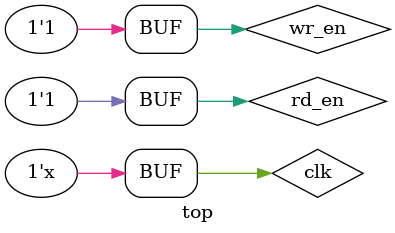
<source format=sv>

`include "ram.sv"

module top;
    bit [15:0] wr_address;
    bit        wr_en;
    bit [15:0] wr_data;
    bit [15:0] wr_ret_address;
    bit        wr_ret_ack;

    bit [15:0] rd_address;
    bit        rd_en;
    bit [15:0] rd_ret_data;
    bit [15:0] rd_ret_address;
    bit        rd_ret_ack;

    bit clk;

    ram r(
    .clk(clk),
    .wr_address(wr_address),
    .wr_en(wr_en),
    .wr_data(wr_data),
    .wr_ret_address(wr_ret_address),
    .wr_ret_ack(wr_ret_ack),

    .rd_address(rd_address),
    .rd_en(rd_en),
    .rd_ret_data(rd_ret_data),
    .rd_ret_address(rd_ret_address),
    .rd_ret_ack(rd_ret_ack)
    );

    initial begin
        // it does not allow you to have multiple drivers
        // actually awesome
        wr_address = 0;
        wr_en = 0;
        wr_data = 0;
        //wr_ret_address = 0;
        //wr_ret_ack = 0;
        
        rd_address = 0;
        rd_en = 0;
        //rd_ret_data = 0;
        //rd_ret_address = 0;
        //rd_ret_ack = 0;
        
        wr_address = 150;
        wr_data = 0;
        rd_en = 1;
        wr_en = 1;
    end

    always #1 clk = ~clk;

    always @(posedge clk) begin
        rd_address = rd_address + 1;
        wr_address = wr_address + 1;
        wr_data = wr_data + 1;
        if(rd_ret_ack == 1) begin
            $display("%h %h", rd_ret_address, rd_ret_data);
        end
    end

endmodule
</source>
